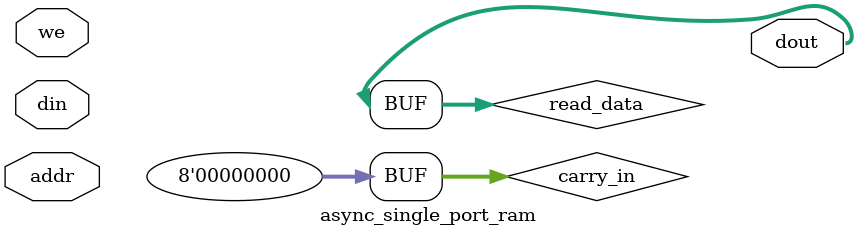
<source format=sv>
module async_single_port_ram #(
    parameter DATA_WIDTH = 8,
    parameter ADDR_WIDTH = 8
)(
    input wire [ADDR_WIDTH-1:0] addr,
    input wire [DATA_WIDTH-1:0] din,
    output reg [DATA_WIDTH-1:0] dout,
    input wire we
);

    reg [DATA_WIDTH-1:0] ram [(2**ADDR_WIDTH)-1:0];
    wire [DATA_WIDTH-1:0] write_data;
    wire [DATA_WIDTH-1:0] read_data;
    wire [DATA_WIDTH-1:0] din_comp;
    wire [DATA_WIDTH-1:0] ram_comp;
    wire [DATA_WIDTH-1:0] carry_in;
    wire [DATA_WIDTH-1:0] carry_out;

    // 补码转换
    assign din_comp = ~din + 1'b1;
    assign ram_comp = ~ram[addr] + 1'b1;

    // 补码加法实现减法
    assign {carry_out, write_data} = din_comp + ram_comp + carry_in;
    assign carry_in = 1'b0;

    always @(addr or we or din) begin
        if (we) begin
            ram[addr] = write_data;
        end
        dout = read_data;
    end

endmodule
</source>
